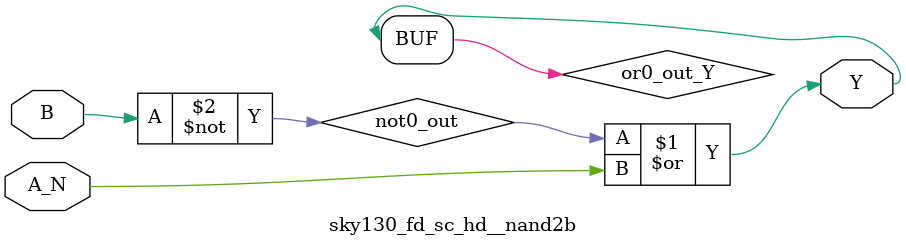
<source format=v>
/*
 * Copyright 2020 The SkyWater PDK Authors
 *
 * Licensed under the Apache License, Version 2.0 (the "License");
 * you may not use this file except in compliance with the License.
 * You may obtain a copy of the License at
 *
 *     https://www.apache.org/licenses/LICENSE-2.0
 *
 * Unless required by applicable law or agreed to in writing, software
 * distributed under the License is distributed on an "AS IS" BASIS,
 * WITHOUT WARRANTIES OR CONDITIONS OF ANY KIND, either express or implied.
 * See the License for the specific language governing permissions and
 * limitations under the License.
 *
 * SPDX-License-Identifier: Apache-2.0
*/


`ifndef SKY130_FD_SC_HD__NAND2B_FUNCTIONAL_V
`define SKY130_FD_SC_HD__NAND2B_FUNCTIONAL_V

/**
 * nand2b: 2-input NAND, first input inverted.
 *
 * Verilog simulation functional model.
 */

`timescale 1ns / 1ps
`default_nettype none

`celldefine
module sky130_fd_sc_hd__nand2b (
    Y  ,
    A_N,
    B
);

    // Module ports
    output Y  ;
    input  A_N;
    input  B  ;

    // Local signals
    wire not0_out ;
    wire or0_out_Y;

    //  Name  Output     Other arguments
    not not0 (not0_out , B              );
    or  or0  (or0_out_Y, not0_out, A_N  );
    buf buf0 (Y        , or0_out_Y      );

endmodule
`endcelldefine

`default_nettype wire
`endif  // SKY130_FD_SC_HD__NAND2B_FUNCTIONAL_V

</source>
